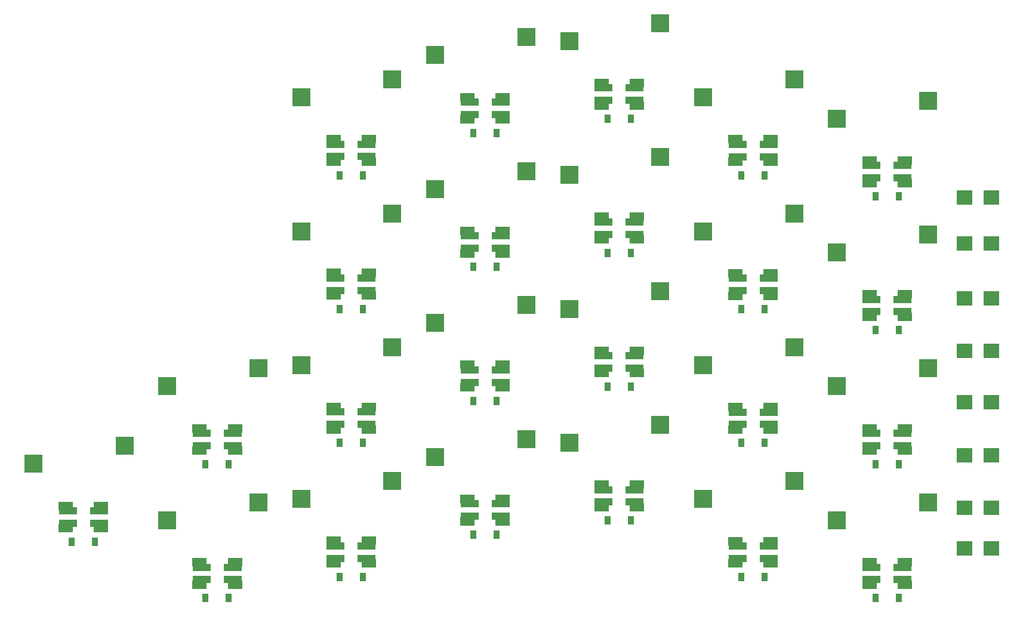
<source format=gbr>
%TF.GenerationSoftware,KiCad,Pcbnew,6.0.10-86aedd382b~118~ubuntu22.04.1*%
%TF.CreationDate,2023-01-31T18:23:29-07:00*%
%TF.ProjectId,scaarix_flow,73636161-7269-4785-9f66-6c6f772e6b69,v1.0.0*%
%TF.SameCoordinates,Original*%
%TF.FileFunction,Paste,Bot*%
%TF.FilePolarity,Positive*%
%FSLAX46Y46*%
G04 Gerber Fmt 4.6, Leading zero omitted, Abs format (unit mm)*
G04 Created by KiCad (PCBNEW 6.0.10-86aedd382b~118~ubuntu22.04.1) date 2023-01-31 18:23:29*
%MOMM*%
%LPD*%
G01*
G04 APERTURE LIST*
%ADD10R,0.900000X1.200000*%
%ADD11R,2.550000X2.500000*%
%ADD12R,2.600000X1.000000*%
%ADD13R,2.000000X1.200000*%
%ADD14R,2.200000X2.000000*%
G04 APERTURE END LIST*
D10*
%TO.C,D6*%
X167450000Y-84800000D03*
X170750000Y-84800000D03*
%TD*%
%TO.C,D9*%
X186450000Y-97800000D03*
X189750000Y-97800000D03*
%TD*%
D11*
%TO.C,S15*%
X200015000Y-46760000D03*
X212942000Y-44220000D03*
%TD*%
%TO.C,S10*%
X181015000Y-67760000D03*
X193942000Y-65220000D03*
%TD*%
%TO.C,S3*%
X143015000Y-95760000D03*
X155942000Y-93220000D03*
%TD*%
%TO.C,S22*%
X238015000Y-76760000D03*
X250942000Y-74220000D03*
%TD*%
%TO.C,S20*%
X238015000Y-114760000D03*
X250942000Y-112220000D03*
%TD*%
D10*
%TO.C,D19*%
X224450000Y-65800000D03*
X227750000Y-65800000D03*
%TD*%
D11*
%TO.C,S16*%
X219015000Y-111760000D03*
X231942000Y-109220000D03*
%TD*%
%TO.C,S9*%
X181015000Y-86760000D03*
X193942000Y-84220000D03*
%TD*%
D10*
%TO.C,D3*%
X148450000Y-106800000D03*
X151750000Y-106800000D03*
%TD*%
D11*
%TO.C,S19*%
X219015000Y-54760000D03*
X231942000Y-52220000D03*
%TD*%
D10*
%TO.C,D14*%
X205450000Y-76800000D03*
X208750000Y-76800000D03*
%TD*%
%TO.C,D17*%
X224450000Y-103800000D03*
X227750000Y-103800000D03*
%TD*%
%TO.C,D8*%
X186450000Y-116800000D03*
X189750000Y-116800000D03*
%TD*%
D11*
%TO.C,S4*%
X162015000Y-111760000D03*
X174942000Y-109220000D03*
%TD*%
D10*
%TO.C,D1*%
X129450000Y-117800000D03*
X132750000Y-117800000D03*
%TD*%
%TO.C,D22*%
X243450000Y-87800000D03*
X246750000Y-87800000D03*
%TD*%
D11*
%TO.C,S11*%
X181015000Y-48760000D03*
X193942000Y-46220000D03*
%TD*%
D10*
%TO.C,D16*%
X224450000Y-122800000D03*
X227750000Y-122800000D03*
%TD*%
%TO.C,D4*%
X167450000Y-122800000D03*
X170750000Y-122800000D03*
%TD*%
D11*
%TO.C,S23*%
X238015000Y-57760000D03*
X250942000Y-55220000D03*
%TD*%
D10*
%TO.C,D15*%
X205450000Y-57800000D03*
X208750000Y-57800000D03*
%TD*%
%TO.C,D20*%
X243450000Y-125800000D03*
X246750000Y-125800000D03*
%TD*%
D11*
%TO.C,S21*%
X238015000Y-95760000D03*
X250942000Y-93220000D03*
%TD*%
%TO.C,S2*%
X143015000Y-114760000D03*
X155942000Y-112220000D03*
%TD*%
D10*
%TO.C,D2*%
X148450000Y-125800000D03*
X151750000Y-125800000D03*
%TD*%
D11*
%TO.C,S8*%
X181015000Y-105760000D03*
X193942000Y-103220000D03*
%TD*%
D10*
%TO.C,D5*%
X167450000Y-103800000D03*
X170750000Y-103800000D03*
%TD*%
D11*
%TO.C,S13*%
X200015000Y-84760000D03*
X212942000Y-82220000D03*
%TD*%
D10*
%TO.C,D7*%
X167450000Y-65800000D03*
X170750000Y-65800000D03*
%TD*%
D11*
%TO.C,S1*%
X124015000Y-106760000D03*
X136942000Y-104220000D03*
%TD*%
D10*
%TO.C,D13*%
X205450000Y-95800000D03*
X208750000Y-95800000D03*
%TD*%
D11*
%TO.C,S5*%
X162015000Y-92760000D03*
X174942000Y-90220000D03*
%TD*%
D10*
%TO.C,D18*%
X224450000Y-84800000D03*
X227750000Y-84800000D03*
%TD*%
D11*
%TO.C,S6*%
X162015000Y-73760000D03*
X174942000Y-71220000D03*
%TD*%
%TO.C,S12*%
X200015000Y-103760000D03*
X212942000Y-101220000D03*
%TD*%
%TO.C,S7*%
X162015000Y-54760000D03*
X174942000Y-52220000D03*
%TD*%
%TO.C,S14*%
X200015000Y-65760000D03*
X212942000Y-63220000D03*
%TD*%
%TO.C,S18*%
X219015000Y-73760000D03*
X231942000Y-71220000D03*
%TD*%
D10*
%TO.C,D21*%
X243450000Y-106800000D03*
X246750000Y-106800000D03*
%TD*%
%TO.C,D11*%
X186450000Y-59800000D03*
X189750000Y-59800000D03*
%TD*%
D11*
%TO.C,S17*%
X219015000Y-92760000D03*
X231942000Y-90220000D03*
%TD*%
D10*
%TO.C,D10*%
X186450000Y-78800000D03*
X189750000Y-78800000D03*
%TD*%
%TO.C,D23*%
X243450000Y-68800000D03*
X246750000Y-68800000D03*
%TD*%
%TO.C,D12*%
X205450000Y-114800000D03*
X208750000Y-114800000D03*
%TD*%
D12*
%TO.C,LED37*%
X190300000Y-74425000D03*
X190300000Y-76175000D03*
X185900000Y-76175000D03*
X185900000Y-74425000D03*
D13*
X190600000Y-73700000D03*
X190600000Y-76900000D03*
X185600000Y-76900000D03*
X185600000Y-73700000D03*
%TD*%
D12*
%TO.C,LED29*%
X152300000Y-121425000D03*
X152300000Y-123175000D03*
X147900000Y-123175000D03*
X147900000Y-121425000D03*
D13*
X152600000Y-120700000D03*
X152600000Y-123900000D03*
X147600000Y-123900000D03*
X147600000Y-120700000D03*
%TD*%
D12*
%TO.C,LED41*%
X209300000Y-72425000D03*
X209300000Y-74175000D03*
X204900000Y-74175000D03*
X204900000Y-72425000D03*
D13*
X209600000Y-71700000D03*
X209600000Y-74900000D03*
X204600000Y-74900000D03*
X204600000Y-71700000D03*
%TD*%
D12*
%TO.C,LED31*%
X171300000Y-118400000D03*
X171300000Y-120150000D03*
X166900000Y-120150000D03*
X166900000Y-118400000D03*
D13*
X171600000Y-117675000D03*
X171600000Y-120875000D03*
X166600000Y-120875000D03*
X166600000Y-117675000D03*
%TD*%
D12*
%TO.C,LED43*%
X228300000Y-118425000D03*
X228300000Y-120175000D03*
X223900000Y-120175000D03*
X223900000Y-118425000D03*
D13*
X228600000Y-117700000D03*
X228600000Y-120900000D03*
X223600000Y-120900000D03*
X223600000Y-117700000D03*
%TD*%
D12*
%TO.C,LED39*%
X209300000Y-110425000D03*
X209300000Y-112175000D03*
X204900000Y-112175000D03*
X204900000Y-110425000D03*
D13*
X209600000Y-109700000D03*
X209600000Y-112900000D03*
X204600000Y-112900000D03*
X204600000Y-109700000D03*
%TD*%
D12*
%TO.C,LED36*%
X190300000Y-93425000D03*
X190300000Y-95175000D03*
X185900000Y-95175000D03*
X185900000Y-93425000D03*
D13*
X190600000Y-92700000D03*
X190600000Y-95900000D03*
X185600000Y-95900000D03*
X185600000Y-92700000D03*
%TD*%
D12*
%TO.C,LED47*%
X247300000Y-121425000D03*
X247300000Y-123175000D03*
X242900000Y-123175000D03*
X242900000Y-121425000D03*
D13*
X247600000Y-120700000D03*
X247600000Y-123900000D03*
X242600000Y-123900000D03*
X242600000Y-120700000D03*
%TD*%
D12*
%TO.C,LED38*%
X190300000Y-55425000D03*
X190300000Y-57175000D03*
X185900000Y-57175000D03*
X185900000Y-55425000D03*
D13*
X190600000Y-54700000D03*
X190600000Y-57900000D03*
X185600000Y-57900000D03*
X185600000Y-54700000D03*
%TD*%
D12*
%TO.C,LED42*%
X209300000Y-53425000D03*
X209300000Y-55175000D03*
X204900000Y-55175000D03*
X204900000Y-53425000D03*
D13*
X209600000Y-52700000D03*
X209600000Y-55900000D03*
X204600000Y-55900000D03*
X204600000Y-52700000D03*
%TD*%
D12*
%TO.C,LED50*%
X247300000Y-64425000D03*
X247300000Y-66175000D03*
X242900000Y-66175000D03*
X242900000Y-64425000D03*
D13*
X247600000Y-63700000D03*
X247600000Y-66900000D03*
X242600000Y-66900000D03*
X242600000Y-63700000D03*
%TD*%
D12*
%TO.C,LED28*%
X133300000Y-113425000D03*
X133300000Y-115175000D03*
X128900000Y-115175000D03*
X128900000Y-113425000D03*
D13*
X133600000Y-112700000D03*
X133600000Y-115900000D03*
X128600000Y-115900000D03*
X128600000Y-112700000D03*
%TD*%
D12*
%TO.C,LED40*%
X209300000Y-91425000D03*
X209300000Y-93175000D03*
X204900000Y-93175000D03*
X204900000Y-91425000D03*
D13*
X209600000Y-90700000D03*
X209600000Y-93900000D03*
X204600000Y-93900000D03*
X204600000Y-90700000D03*
%TD*%
D12*
%TO.C,LED35*%
X190300000Y-112425000D03*
X190300000Y-114175000D03*
X185900000Y-114175000D03*
X185900000Y-112425000D03*
D13*
X190600000Y-111700000D03*
X190600000Y-114900000D03*
X185600000Y-114900000D03*
X185600000Y-111700000D03*
%TD*%
D12*
%TO.C,LED34*%
X171300000Y-61400000D03*
X171300000Y-63150000D03*
X166900000Y-63150000D03*
X166900000Y-61400000D03*
D13*
X171600000Y-60675000D03*
X171600000Y-63875000D03*
X166600000Y-63875000D03*
X166600000Y-60675000D03*
%TD*%
D12*
%TO.C,LED44*%
X228300000Y-99425000D03*
X228300000Y-101175000D03*
X223900000Y-101175000D03*
X223900000Y-99425000D03*
D13*
X228600000Y-98700000D03*
X228600000Y-101900000D03*
X223600000Y-101900000D03*
X223600000Y-98700000D03*
%TD*%
D12*
%TO.C,LED30*%
X152300000Y-102425000D03*
X152300000Y-104175000D03*
X147900000Y-104175000D03*
X147900000Y-102425000D03*
D13*
X152600000Y-101700000D03*
X152600000Y-104900000D03*
X147600000Y-104900000D03*
X147600000Y-101700000D03*
%TD*%
D12*
%TO.C,LED46*%
X228300000Y-61425000D03*
X228300000Y-63175000D03*
X223900000Y-63175000D03*
X223900000Y-61425000D03*
D13*
X228600000Y-60700000D03*
X228600000Y-63900000D03*
X223600000Y-63900000D03*
X223600000Y-60700000D03*
%TD*%
D12*
%TO.C,LED32*%
X171300000Y-99400000D03*
X171300000Y-101150000D03*
X166900000Y-101150000D03*
X166900000Y-99400000D03*
D13*
X171600000Y-98675000D03*
X171600000Y-101875000D03*
X166600000Y-101875000D03*
X166600000Y-98675000D03*
%TD*%
D12*
%TO.C,LED49*%
X247300000Y-83425000D03*
X247300000Y-85175000D03*
X242900000Y-85175000D03*
X242900000Y-83425000D03*
D13*
X247600000Y-82700000D03*
X247600000Y-85900000D03*
X242600000Y-85900000D03*
X242600000Y-82700000D03*
%TD*%
D12*
%TO.C,LED33*%
X171300000Y-80400000D03*
X171300000Y-82150000D03*
X166900000Y-82150000D03*
X166900000Y-80400000D03*
D13*
X171600000Y-79675000D03*
X171600000Y-82875000D03*
X166600000Y-82875000D03*
X166600000Y-79675000D03*
%TD*%
D12*
%TO.C,LED48*%
X247300000Y-102425000D03*
X247300000Y-104175000D03*
X242900000Y-104175000D03*
X242900000Y-102425000D03*
D13*
X247600000Y-101700000D03*
X247600000Y-104900000D03*
X242600000Y-104900000D03*
X242600000Y-101700000D03*
%TD*%
D12*
%TO.C,LED45*%
X228300000Y-80425000D03*
X228300000Y-82175000D03*
X223900000Y-82175000D03*
X223900000Y-80425000D03*
D13*
X228600000Y-79700000D03*
X228600000Y-82900000D03*
X223600000Y-82900000D03*
X223600000Y-79700000D03*
%TD*%
D14*
%TO.C,J1*%
X256100000Y-69000000D03*
X259900000Y-69000000D03*
X259900000Y-75500000D03*
X256100000Y-75500000D03*
X256100000Y-83250000D03*
X259900000Y-83250000D03*
X259900000Y-90750000D03*
X256100000Y-90750000D03*
X259900000Y-98000000D03*
X256100000Y-98000000D03*
X256100000Y-105500000D03*
X259900000Y-105500000D03*
X259900000Y-113000000D03*
X256100000Y-113000000D03*
X256100000Y-118750000D03*
X259900000Y-118750000D03*
%TD*%
M02*

</source>
